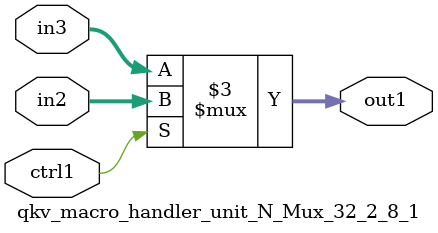
<source format=v>

`timescale 1ps / 1ps


module qkv_macro_handler_unit_N_Mux_32_2_8_1( in3, in2, ctrl1, out1 );

    input [31:0] in3;
    input [31:0] in2;
    input ctrl1;
    output [31:0] out1;
    reg [31:0] out1;

    
    // rtl_process:qkv_macro_handler_unit_N_Mux_32_2_8_1/qkv_macro_handler_unit_N_Mux_32_2_8_1_thread_1
    always @*
      begin : qkv_macro_handler_unit_N_Mux_32_2_8_1_thread_1
        case (ctrl1) 
          1'b1: 
            begin
              out1 = in2;
            end
          default: 
            begin
              out1 = in3;
            end
        endcase
      end

endmodule





</source>
